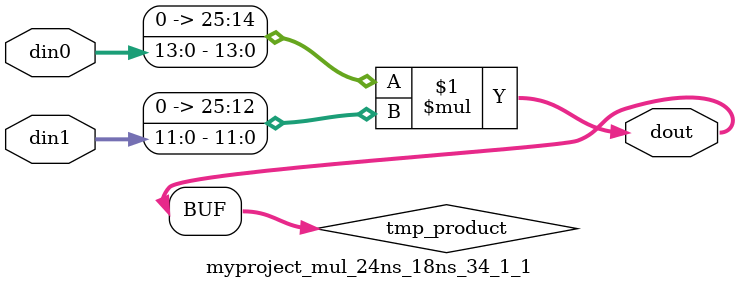
<source format=v>

`timescale 1 ns / 1 ps

  module myproject_mul_24ns_18ns_34_1_1(din0, din1, dout);
parameter ID = 1;
parameter NUM_STAGE = 0;
parameter din0_WIDTH = 14;
parameter din1_WIDTH = 12;
parameter dout_WIDTH = 26;

input [din0_WIDTH - 1 : 0] din0; 
input [din1_WIDTH - 1 : 0] din1; 
output [dout_WIDTH - 1 : 0] dout;

wire signed [dout_WIDTH - 1 : 0] tmp_product;










assign tmp_product = $signed({1'b0, din0}) * $signed({1'b0, din1});











assign dout = tmp_product;







endmodule

</source>
